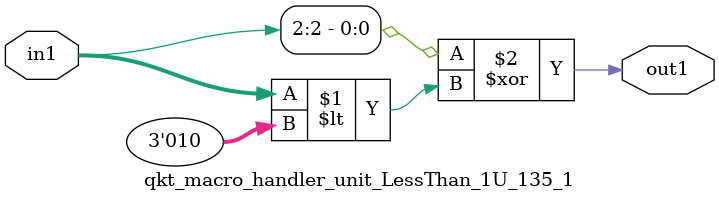
<source format=v>

`timescale 1ps / 1ps


module qkt_macro_handler_unit_LessThan_1U_135_1( in1, out1 );

    input [2:0] in1;
    output out1;

    
    // rtl_process:qkt_macro_handler_unit_LessThan_1U_135_1/qkt_macro_handler_unit_LessThan_1U_135_1_thread_1
    assign out1 = (in1[2] ^ in1 < 3'd2);

endmodule



</source>
